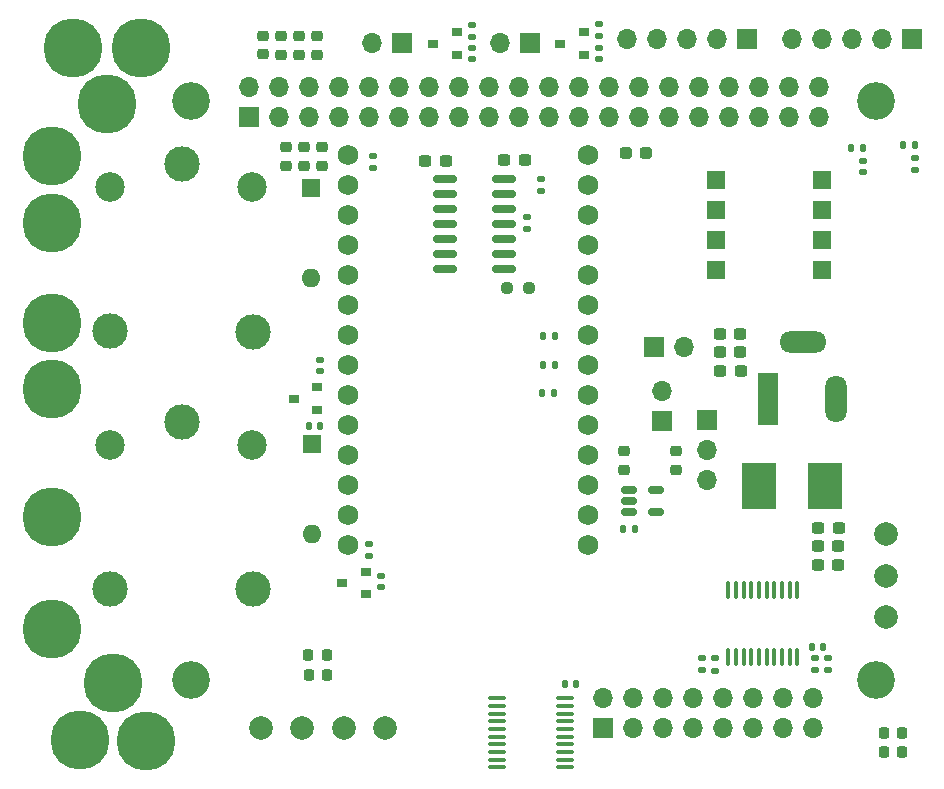
<source format=gts>
%TF.GenerationSoftware,KiCad,Pcbnew,(6.0.10-0)*%
%TF.CreationDate,2023-04-17T23:12:57-05:00*%
%TF.ProjectId,mn_wild_siren,6d6e5f77-696c-4645-9f73-6972656e2e6b,rev?*%
%TF.SameCoordinates,Original*%
%TF.FileFunction,Soldermask,Top*%
%TF.FilePolarity,Negative*%
%FSLAX46Y46*%
G04 Gerber Fmt 4.6, Leading zero omitted, Abs format (unit mm)*
G04 Created by KiCad (PCBNEW (6.0.10-0)) date 2023-04-17 23:12:57*
%MOMM*%
%LPD*%
G01*
G04 APERTURE LIST*
G04 Aperture macros list*
%AMRoundRect*
0 Rectangle with rounded corners*
0 $1 Rounding radius*
0 $2 $3 $4 $5 $6 $7 $8 $9 X,Y pos of 4 corners*
0 Add a 4 corners polygon primitive as box body*
4,1,4,$2,$3,$4,$5,$6,$7,$8,$9,$2,$3,0*
0 Add four circle primitives for the rounded corners*
1,1,$1+$1,$2,$3*
1,1,$1+$1,$4,$5*
1,1,$1+$1,$6,$7*
1,1,$1+$1,$8,$9*
0 Add four rect primitives between the rounded corners*
20,1,$1+$1,$2,$3,$4,$5,0*
20,1,$1+$1,$4,$5,$6,$7,0*
20,1,$1+$1,$6,$7,$8,$9,0*
20,1,$1+$1,$8,$9,$2,$3,0*%
G04 Aperture macros list end*
%ADD10RoundRect,0.150000X-0.512500X-0.150000X0.512500X-0.150000X0.512500X0.150000X-0.512500X0.150000X0*%
%ADD11RoundRect,0.147500X0.172500X-0.147500X0.172500X0.147500X-0.172500X0.147500X-0.172500X-0.147500X0*%
%ADD12R,1.700000X1.700000*%
%ADD13O,1.700000X1.700000*%
%ADD14RoundRect,0.225000X-0.225000X-0.250000X0.225000X-0.250000X0.225000X0.250000X-0.225000X0.250000X0*%
%ADD15RoundRect,0.225000X0.250000X-0.225000X0.250000X0.225000X-0.250000X0.225000X-0.250000X-0.225000X0*%
%ADD16RoundRect,0.225000X-0.250000X0.225000X-0.250000X-0.225000X0.250000X-0.225000X0.250000X0.225000X0*%
%ADD17RoundRect,0.225000X0.225000X0.250000X-0.225000X0.250000X-0.225000X-0.250000X0.225000X-0.250000X0*%
%ADD18RoundRect,0.237500X0.300000X0.237500X-0.300000X0.237500X-0.300000X-0.237500X0.300000X-0.237500X0*%
%ADD19RoundRect,0.237500X-0.300000X-0.237500X0.300000X-0.237500X0.300000X0.237500X-0.300000X0.237500X0*%
%ADD20R,1.800000X4.400000*%
%ADD21O,1.800000X4.000000*%
%ADD22O,4.000000X1.800000*%
%ADD23C,2.000000*%
%ADD24R,3.000000X4.000000*%
%ADD25RoundRect,0.237500X0.287500X0.237500X-0.287500X0.237500X-0.287500X-0.237500X0.287500X-0.237500X0*%
%ADD26RoundRect,0.147500X-0.147500X-0.172500X0.147500X-0.172500X0.147500X0.172500X-0.147500X0.172500X0*%
%ADD27RoundRect,0.218750X-0.256250X0.218750X-0.256250X-0.218750X0.256250X-0.218750X0.256250X0.218750X0*%
%ADD28C,5.000000*%
%ADD29C,3.000000*%
%ADD30C,2.500000*%
%ADD31R,0.900000X0.800000*%
%ADD32RoundRect,0.147500X-0.172500X0.147500X-0.172500X-0.147500X0.172500X-0.147500X0.172500X0.147500X0*%
%ADD33RoundRect,0.147500X0.147500X0.172500X-0.147500X0.172500X-0.147500X-0.172500X0.147500X-0.172500X0*%
%ADD34RoundRect,0.100000X-0.637500X-0.100000X0.637500X-0.100000X0.637500X0.100000X-0.637500X0.100000X0*%
%ADD35R,1.500000X1.500000*%
%ADD36C,3.200000*%
%ADD37C,1.750000*%
%ADD38RoundRect,0.135000X-0.185000X0.135000X-0.185000X-0.135000X0.185000X-0.135000X0.185000X0.135000X0*%
%ADD39RoundRect,0.150000X-0.825000X-0.150000X0.825000X-0.150000X0.825000X0.150000X-0.825000X0.150000X0*%
%ADD40RoundRect,0.135000X0.185000X-0.135000X0.185000X0.135000X-0.185000X0.135000X-0.185000X-0.135000X0*%
%ADD41R,1.600000X1.600000*%
%ADD42O,1.600000X1.600000*%
%ADD43RoundRect,0.140000X-0.140000X-0.170000X0.140000X-0.170000X0.140000X0.170000X-0.140000X0.170000X0*%
%ADD44RoundRect,0.100000X-0.100000X0.637500X-0.100000X-0.637500X0.100000X-0.637500X0.100000X0.637500X0*%
%ADD45RoundRect,0.135000X0.135000X0.185000X-0.135000X0.185000X-0.135000X-0.185000X0.135000X-0.185000X0*%
%ADD46RoundRect,0.237500X-0.250000X-0.237500X0.250000X-0.237500X0.250000X0.237500X-0.250000X0.237500X0*%
G04 APERTURE END LIST*
D10*
X218332500Y-110280000D03*
X218332500Y-111230000D03*
X218332500Y-112180000D03*
X220607500Y-112180000D03*
X220607500Y-110280000D03*
D11*
X215790000Y-73815000D03*
X215790000Y-72845000D03*
D12*
X224960000Y-104370000D03*
D13*
X224960000Y-106910000D03*
X224960000Y-109450000D03*
D12*
X242310000Y-72130000D03*
D13*
X239770000Y-72130000D03*
X237230000Y-72130000D03*
X234690000Y-72130000D03*
X232150000Y-72130000D03*
D12*
X228347501Y-72114999D03*
D13*
X225807501Y-72114999D03*
X223267501Y-72114999D03*
X220727501Y-72114999D03*
X218187501Y-72114999D03*
D14*
X191210000Y-124260000D03*
X192760000Y-124260000D03*
D15*
X188910000Y-73435000D03*
X188910000Y-71885000D03*
X187350000Y-73415000D03*
X187350000Y-71865000D03*
X190430000Y-73435000D03*
X190430000Y-71885000D03*
D16*
X189270000Y-81295000D03*
X189270000Y-82845000D03*
D15*
X191970000Y-73435000D03*
X191970000Y-71885000D03*
D16*
X192340000Y-81275000D03*
X192340000Y-82825000D03*
X190810000Y-81285000D03*
X190810000Y-82835000D03*
D14*
X191260000Y-125960000D03*
X192810000Y-125960000D03*
D17*
X241490000Y-132440000D03*
X239940000Y-132440000D03*
D16*
X217930000Y-107035000D03*
X217930000Y-108585000D03*
D17*
X241495000Y-130840000D03*
X239945000Y-130840000D03*
D18*
X227802500Y-100250000D03*
X226077500Y-100250000D03*
X227780000Y-97060000D03*
X226055000Y-97060000D03*
X227782500Y-98650000D03*
X226057500Y-98650000D03*
D19*
X234357500Y-116650000D03*
X236082500Y-116650000D03*
X234357500Y-115050000D03*
X236082500Y-115050000D03*
X234377500Y-113480000D03*
X236102500Y-113480000D03*
D20*
X230100000Y-102580000D03*
D21*
X235900000Y-102580000D03*
D22*
X233100000Y-97780000D03*
D23*
X240150000Y-121045000D03*
X240150000Y-117545000D03*
X240150000Y-114045000D03*
X197700000Y-130450000D03*
X194200000Y-130450000D03*
X190700000Y-130450000D03*
X187200000Y-130450000D03*
D24*
X229370000Y-109990000D03*
X234970000Y-109990000D03*
D25*
X219809999Y-81790000D03*
X218059999Y-81790000D03*
D26*
X212905000Y-126760000D03*
X213875000Y-126760000D03*
D27*
X222340000Y-107010000D03*
X222340000Y-108585000D03*
D28*
X169500000Y-87670000D03*
X169500000Y-82040000D03*
X169500000Y-112550000D03*
X169500000Y-101750000D03*
X169500000Y-96150000D03*
X169500000Y-122100000D03*
X171860000Y-131450000D03*
X177490000Y-131520000D03*
D12*
X186150000Y-78680000D03*
D13*
X186150000Y-76140000D03*
X188690000Y-78680000D03*
X188690000Y-76140000D03*
X191230000Y-78680000D03*
X191230000Y-76140000D03*
X193770000Y-78680000D03*
X193770000Y-76140000D03*
X196310000Y-78680000D03*
X196310000Y-76140000D03*
X198850000Y-78680000D03*
X198850000Y-76140000D03*
X201390000Y-78680000D03*
X201390000Y-76140000D03*
X203930000Y-78680000D03*
X203930000Y-76140000D03*
X206470000Y-78680000D03*
X206470000Y-76140000D03*
X209010000Y-78680000D03*
X209010000Y-76140000D03*
X211550000Y-78680000D03*
X211550000Y-76140000D03*
X214090000Y-78680000D03*
X214090000Y-76140000D03*
X216630000Y-78680000D03*
X216630000Y-76140000D03*
X219170000Y-78680000D03*
X219170000Y-76140000D03*
X221710000Y-78680000D03*
X221710000Y-76140000D03*
X224250000Y-78680000D03*
X224250000Y-76140000D03*
X226790000Y-78680000D03*
X226790000Y-76140000D03*
X229330000Y-78680000D03*
X229330000Y-76140000D03*
X231870000Y-78680000D03*
X231870000Y-76140000D03*
X234410000Y-78680000D03*
X234410000Y-76140000D03*
D12*
X209960000Y-72460000D03*
D13*
X207420000Y-72460000D03*
D12*
X220435000Y-98170000D03*
D13*
X222975000Y-98170000D03*
D12*
X221180000Y-104435000D03*
D13*
X221180000Y-101895000D03*
D29*
X180500000Y-82700000D03*
D30*
X174450000Y-84650000D03*
D29*
X174450000Y-96850000D03*
X186500000Y-96900000D03*
D30*
X186450000Y-84650000D03*
D29*
X180500000Y-104500000D03*
D30*
X174450000Y-106450000D03*
D29*
X174450000Y-118650000D03*
X186500000Y-118700000D03*
D30*
X186450000Y-106450000D03*
D31*
X191960000Y-103500000D03*
X191960000Y-101600000D03*
X189960000Y-102550000D03*
X196070000Y-119120000D03*
X196070000Y-117220000D03*
X194070000Y-118170000D03*
X214540000Y-73450000D03*
X214540000Y-71550000D03*
X212540000Y-72500000D03*
X203790000Y-73450000D03*
X203790000Y-71550000D03*
X201790000Y-72500000D03*
D26*
X191245000Y-104850000D03*
X192215000Y-104850000D03*
D32*
X197370000Y-117575000D03*
X197370000Y-118545000D03*
X192210000Y-99275000D03*
X192210000Y-100245000D03*
X238150000Y-82410000D03*
X238150000Y-83380000D03*
X196310000Y-114910000D03*
X196310000Y-115880000D03*
D11*
X196710000Y-82995000D03*
X196710000Y-82025000D03*
D32*
X210910000Y-84005000D03*
X210910000Y-84975000D03*
D26*
X211985000Y-102080000D03*
X211015000Y-102080000D03*
X212060000Y-99700000D03*
X211090000Y-99700000D03*
D33*
X238150000Y-81360000D03*
X237180000Y-81360000D03*
D11*
X234140000Y-125520000D03*
X234140000Y-124550000D03*
X205060000Y-73805000D03*
X205060000Y-72835000D03*
D34*
X207167500Y-127925000D03*
X207167500Y-128575000D03*
X207167500Y-129225000D03*
X207167500Y-129875000D03*
X207167500Y-130525000D03*
X207167500Y-131175000D03*
X207167500Y-131825000D03*
X207167500Y-132475000D03*
X207167500Y-133125000D03*
X207167500Y-133775000D03*
X212892500Y-133775000D03*
X212892500Y-133125000D03*
X212892500Y-132475000D03*
X212892500Y-131825000D03*
X212892500Y-131175000D03*
X212892500Y-130525000D03*
X212892500Y-129875000D03*
X212892500Y-129225000D03*
X212892500Y-128575000D03*
X212892500Y-127925000D03*
D35*
X234680000Y-91690000D03*
X234680000Y-89150000D03*
X234680000Y-86610000D03*
X234680000Y-84070000D03*
X225680000Y-84070000D03*
X225680000Y-86610000D03*
X225680000Y-89150000D03*
X225680000Y-91690000D03*
D36*
X181300000Y-126400000D03*
X239300000Y-77400000D03*
X181300000Y-77400000D03*
X239300000Y-126400000D03*
D37*
X194543700Y-81967100D03*
X194543700Y-84507100D03*
X194543700Y-87047100D03*
X194543700Y-89587100D03*
X194543700Y-92127100D03*
X194543700Y-94667100D03*
X194543700Y-97207100D03*
X194543700Y-99747100D03*
X194543700Y-102287100D03*
X194543700Y-104827100D03*
X194543700Y-107367100D03*
X194543700Y-109907100D03*
X194543700Y-112447100D03*
X194543700Y-114987100D03*
X214863700Y-114987100D03*
X214863700Y-112447100D03*
X214863700Y-109907100D03*
X214863700Y-107367100D03*
X214863700Y-104827100D03*
X214863700Y-102287100D03*
X214863700Y-99747100D03*
X214863700Y-97207100D03*
X214863700Y-94667100D03*
X214863700Y-92127100D03*
X214863700Y-89587100D03*
X214863700Y-87047100D03*
X214863700Y-84507100D03*
X214863700Y-81967100D03*
D26*
X212075000Y-97240000D03*
X211105000Y-97240000D03*
X217860000Y-113570000D03*
X218830000Y-113570000D03*
D28*
X171250000Y-72860000D03*
X174690000Y-126630000D03*
X177020000Y-72870000D03*
D38*
X242550000Y-82150000D03*
X242550000Y-83170000D03*
D39*
X207755000Y-83980000D03*
X207755000Y-85250000D03*
X207755000Y-86520000D03*
X207755000Y-87790000D03*
X207755000Y-89060000D03*
X207755000Y-90330000D03*
X207755000Y-91600000D03*
X202805000Y-91600000D03*
X202805000Y-90330000D03*
X202805000Y-89060000D03*
X202805000Y-87790000D03*
X202805000Y-86520000D03*
X202805000Y-85250000D03*
X202805000Y-83980000D03*
D40*
X224550000Y-125570000D03*
X224550000Y-124550000D03*
D41*
X191450000Y-84690000D03*
D42*
X191450000Y-92310000D03*
D19*
X207807500Y-82380000D03*
X209532500Y-82380000D03*
D40*
X209690000Y-88180000D03*
X209690000Y-87160000D03*
X225600000Y-125580000D03*
X225600000Y-124560000D03*
D38*
X215780000Y-70880000D03*
X215780000Y-71900000D03*
D43*
X233810000Y-123570000D03*
X234770000Y-123570000D03*
D13*
X233935000Y-127905000D03*
X233935000Y-130445000D03*
X231395000Y-127905000D03*
X231395000Y-130445000D03*
X228855000Y-127905000D03*
X228855000Y-130445000D03*
X226315000Y-127905000D03*
X226315000Y-130445000D03*
X223775000Y-127905000D03*
X223775000Y-130445000D03*
X221235000Y-127905000D03*
X221235000Y-130445000D03*
X218695000Y-127905000D03*
X218695000Y-130445000D03*
X216155000Y-127905000D03*
D12*
X216155000Y-130445000D03*
D44*
X232615000Y-124462500D03*
X231965000Y-124462500D03*
X231315000Y-124462500D03*
X230665000Y-124462500D03*
X230015000Y-124462500D03*
X229365000Y-124462500D03*
X228715000Y-124462500D03*
X228065000Y-124462500D03*
X227415000Y-124462500D03*
X226765000Y-124462500D03*
X226765000Y-118737500D03*
X227415000Y-118737500D03*
X228065000Y-118737500D03*
X228715000Y-118737500D03*
X229365000Y-118737500D03*
X230015000Y-118737500D03*
X230665000Y-118737500D03*
X231315000Y-118737500D03*
X231965000Y-118737500D03*
X232615000Y-118737500D03*
D12*
X199170000Y-72470000D03*
D13*
X196630000Y-72470000D03*
D18*
X202835000Y-82420000D03*
X201110000Y-82420000D03*
D40*
X235220000Y-125530000D03*
X235220000Y-124510000D03*
D38*
X205070000Y-70890000D03*
X205070000Y-71910000D03*
D45*
X242600000Y-81120000D03*
X241580000Y-81120000D03*
D42*
X191510000Y-114050000D03*
D41*
X191510000Y-106430000D03*
D28*
X174150000Y-77580000D03*
D46*
X208025000Y-93170000D03*
X209850000Y-93170000D03*
M02*

</source>
